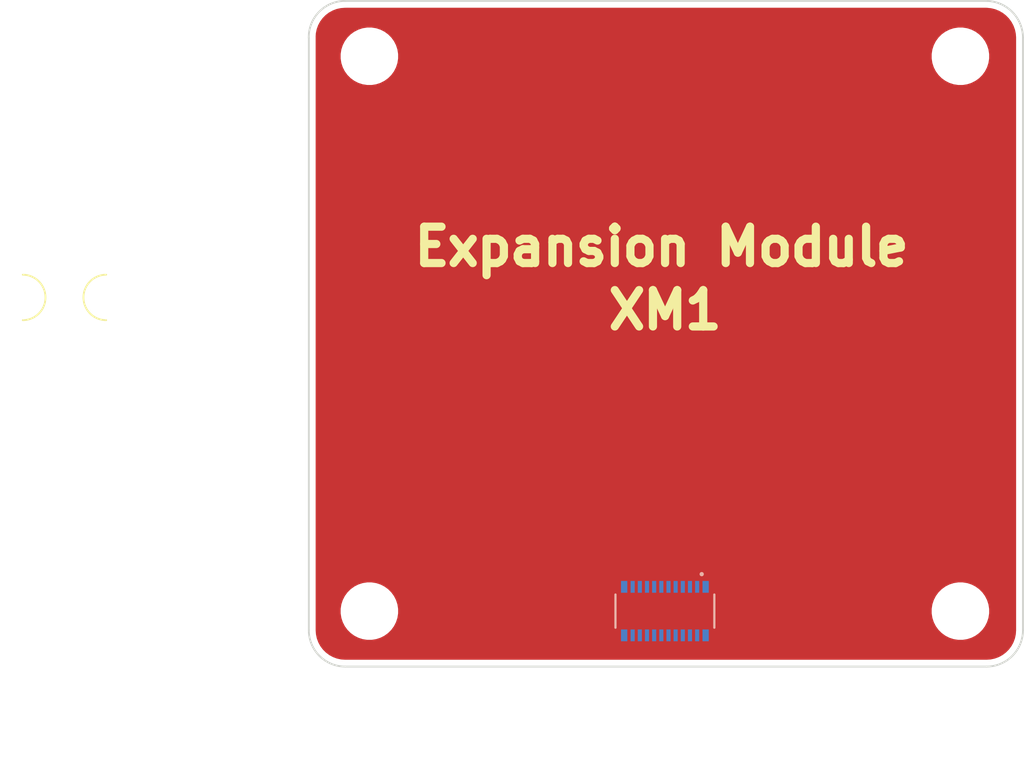
<source format=kicad_pcb>
(kicad_pcb (version 20240108) (generator "pcbnew") (generator_version "8.0")
  (layers (0 "F.Cu" signal) (1 "In1.Cu" signal) (2 "In2.Cu" signal) (31 "B.Cu" signal) (34 "B.Paste" user) (35 "F.Paste" user) (36 "B.SilkS" user "B.Silkscreen") (37 "F.SilkS" user "F.Silkscreen") (38 "B.Mask" user) (39 "F.Mask" user) (44 "Edge.Cuts" user))
  (net 0 "")
  (net 1 "GND")
  (net 2 "+3V3")
  (net 3 "XM_IO_1")
  (net 4 "XM_IO_6")
  (net 5 "XM_IO_8")
  (net 6 "XM_IO_9")
  (net 7 "XM_IO_2")
  (net 8 "XM_IO_7")
  (net 9 "XM_IO_10")
  (net 10 "XM_IO_12")
  (net 11 "XM_IO_5")
  (net 12 "XM_IO_4")
  (net 13 "XM_IO_14")
  (net 14 "XM_IO_11")
  (net 15 "XM_IO_3")
  (net 16 "XM_IO_13")
  (footprint "XM:XM14_Expansion_Module_Plug_And_Holes" (layer "F.Cu") (at 131.9 52.4)
    (property "Reference" "XM1" (at 0.009906 -16.820388 0) (layer "F.SilkS") (effects (font (size 2.032 2.032) (thickness 0.4572) (bold yes))))
    (property "Value" "Expansion Module (14 IOs)")
    (fp_line (start -2.76 0.92436) (end -2.76 -0.92564) (stroke (width 0.127)) (layer "B.SilkS"))
    (fp_line (start 2.76 -0.92564) (end 2.76 0.92436) (stroke (width 0.127)) (layer "B.SilkS"))
    (fp_circle (center 2.055 -2.06564) (end 2.115 -2.06564) (stroke (width 0.12)) (fill none) (layer "B.SilkS"))
    (fp_text user "Expansion Module" (at -14.225 -19.175 0) (layer "F.SilkS") (effects (font (size 2.032 2.032) (thickness 0.4572) (bold yes)) (justify left bottom)))
    (pad "" np_thru_hole circle (at -16.5 -31) (size 2.7 2.7) (drill 2.7) (layers "*.Cu" "*.Mask"))
    (pad "" np_thru_hole circle (at -16.5 0) (size 2.7 2.7) (drill 2.7) (layers "*.Cu" "*.Mask"))
    (pad "" np_thru_hole circle (at 16.5 -31) (size 2.7 2.7) (drill 2.7) (layers "*.Cu" "*.Mask"))
    (pad "" np_thru_hole circle (at 16.5 0) (size 2.7 2.7) (drill 2.7) (layers "*.Cu" "*.Mask"))
    (pad "1" smd rect (at 1.8 -1.35564) (size 0.23 0.66) (layers "B.Cu" "B.Paste" "B.Mask") (net 9 "XM_IO_10"))
    (pad "2" smd rect (at 1.8 1.35436) (size 0.23 0.66) (layers "B.Cu" "B.Paste" "B.Mask") (net 2 "+3V3"))
    (pad "3" smd rect (at 1.4 -1.35564) (size 0.23 0.66) (layers "B.Cu" "B.Paste" "B.Mask") (net 6 "XM_IO_9"))
    (pad "4" smd rect (at 1.4 1.35436) (size 0.23 0.66) (layers "B.Cu" "B.Paste" "B.Mask") (net 2 "+3V3"))
    (pad "5" smd rect (at 1 -1.35564) (size 0.23 0.66) (layers "B.Cu" "B.Paste" "B.Mask") (net 5 "XM_IO_8"))
    (pad "6" smd rect (at 1 1.35436) (size 0.23 0.66) (layers "B.Cu" "B.Paste" "B.Mask") (net 2 "+3V3"))
    (pad "7" smd rect (at 0.6 -1.35564) (size 0.23 0.66) (layers "B.Cu" "B.Paste" "B.Mask") (net 8 "XM_IO_7"))
    (pad "8" smd rect (at 0.6 1.35436) (size 0.23 0.66) (layers "B.Cu" "B.Paste" "B.Mask") (net 14 "XM_IO_11"))
    (pad "9" smd rect (at 0.2 -1.35564) (size 0.23 0.66) (layers "B.Cu" "B.Paste" "B.Mask") (net 4 "XM_IO_6"))
    (pad "10" smd rect (at 0.2 1.35436) (size 0.23 0.66) (layers "B.Cu" "B.Paste" "B.Mask") (net 10 "XM_IO_12"))
    (pad "11" smd rect (at -0.2 -1.35564) (size 0.23 0.66) (layers "B.Cu" "B.Paste" "B.Mask") (net 11 "XM_IO_5"))
    (pad "12" smd rect (at -0.2 1.35436) (size 0.23 0.66) (layers "B.Cu" "B.Paste" "B.Mask") (net 16 "XM_IO_13"))
    (pad "13" smd rect (at -0.6 -1.35564) (size 0.23 0.66) (layers "B.Cu" "B.Paste" "B.Mask") (net 12 "XM_IO_4"))
    (pad "14" smd rect (at -0.6 1.35436) (size 0.23 0.66) (layers "B.Cu" "B.Paste" "B.Mask") (net 13 "XM_IO_14"))
    (pad "15" smd rect (at -1 -1.35564) (size 0.23 0.66) (layers "B.Cu" "B.Paste" "B.Mask") (net 15 "XM_IO_3"))
    (pad "16" smd rect (at -1 1.35436) (size 0.23 0.66) (layers "B.Cu" "B.Paste" "B.Mask") (net 1 "GND"))
    (pad "17" smd rect (at -1.4 -1.35564) (size 0.23 0.66) (layers "B.Cu" "B.Paste" "B.Mask") (net 7 "XM_IO_2"))
    (pad "18" smd rect (at -1.4 1.35436) (size 0.23 0.66) (layers "B.Cu" "B.Paste" "B.Mask") (net 1 "GND"))
    (pad "19" smd rect (at -1.8 -1.35564) (size 0.23 0.66) (layers "B.Cu" "B.Paste" "B.Mask") (net 3 "XM_IO_1"))
    (pad "20" smd rect (at -1.8 1.35436) (size 0.23 0.66) (layers "B.Cu" "B.Paste" "B.Mask") (net 1 "GND"))
    (pad "S1" smd rect (at -2.275 -1.35564) (size 0.35 0.66) (layers "B.Cu" "B.Paste" "B.Mask") (net 1 "GND"))
    (pad "S2" smd rect (at -2.275 1.35436) (size 0.35 0.66) (layers "B.Cu" "B.Paste" "B.Mask") (net 1 "GND"))
    (pad "S3" smd rect (at 2.275 -1.35564) (size 0.35 0.66) (layers "B.Cu" "B.Paste" "B.Mask") (net 1 "GND"))
    (pad "S4" smd rect (at 2.275 1.35436) (size 0.35 0.66) (layers "B.Cu" "B.Paste" "B.Mask") (net 1 "GND"))
  )
  (footprint "Mousebites:mouse-bite-2.54mm-slot" (layer "F.Cu") (at 98.375 34.875)
    (property "Reference" "X5" (hide yes))
    (property "Value" "Mousebites" (hide yes))
    (fp_arc (start -2.33 -1.27) (mid -1.06 0) (end -2.33 1.27) (stroke (width 0.1)) (layer "F.SilkS"))
    (fp_arc (start 2.33 1.27) (mid 1.06 0) (end 2.33 -1.27) (stroke (width 0.1)) (layer "F.SilkS"))
    (pad "" np_thru_hole circle (at -0.8 -1.1) (size 0.5 0.5) (drill 0.5) (layers "*.Cu" "*.Mask"))
    (pad "" np_thru_hole circle (at -0.8 1.1) (size 0.5 0.5) (drill 0.5) (layers "*.Cu" "*.Mask"))
    (pad "" np_thru_hole circle (at 0 -1.1) (size 0.5 0.5) (drill 0.5) (layers "*.Cu" "*.Mask"))
    (pad "" np_thru_hole circle (at 0 1.1) (size 0.5 0.5) (drill 0.5) (layers "*.Cu" "*.Mask"))
    (pad "" np_thru_hole circle (at 0.8 -1.1) (size 0.5 0.5) (drill 0.5) (layers "*.Cu" "*.Mask"))
    (pad "" np_thru_hole circle (at 0.8 1.1) (size 0.5 0.5) (drill 0.5) (layers "*.Cu" "*.Mask"))
  )
  (gr_line (start 112.018 53.47) (end 112.018 20.36) (stroke (width 0.1016)) (layer "Edge.Cuts"))
  (gr_line (start 149.86 55.499) (end 114.05 55.499) (stroke (width 0.1016)) (layer "Edge.Cuts"))
  (gr_arc (start 112.013468 20.3568) (mid 112.599178 18.909505) (end 114.04 18.308112) (stroke (width 0.1016)) (layer "Edge.Cuts"))
  (gr_arc (start 151.892 53.467) (mid 151.296841 54.903841) (end 149.86 55.499) (stroke (width 0.1016)) (layer "Edge.Cuts"))
  (gr_line (start 151.892 20.36) (end 151.892 53.47) (stroke (width 0.1016)) (layer "Edge.Cuts"))
  (gr_line (start 114.04 18.3068) (end 149.9 18.3068) (stroke (width 0.1016)) (layer "Edge.Cuts"))
  (gr_arc (start 114.05 55.499) (mid 112.613159 54.903841) (end 112.018 53.467) (stroke (width 0.1016)) (layer "Edge.Cuts"))
  (gr_arc (start 149.9 18.309353) (mid 151.306532 18.934041) (end 151.893349 20.356783) (stroke (width 0.1016)) (layer "Edge.Cuts"))
  (zone (net 1) (net_name "GND") (layer "F.Cu") (name "GND") (priority 2) (connect_pads (clearance 0.5)) (min_thickness 0.25) (fill yes (thermal_gap 0.5) (thermal_bridge_width 0.5))
    (polygon (pts (xy 112.1 55.4) (xy 112.1 18.319092) (xy 151.881793 18.375843) (xy 151.975 55.475)))
  )
)
</source>
